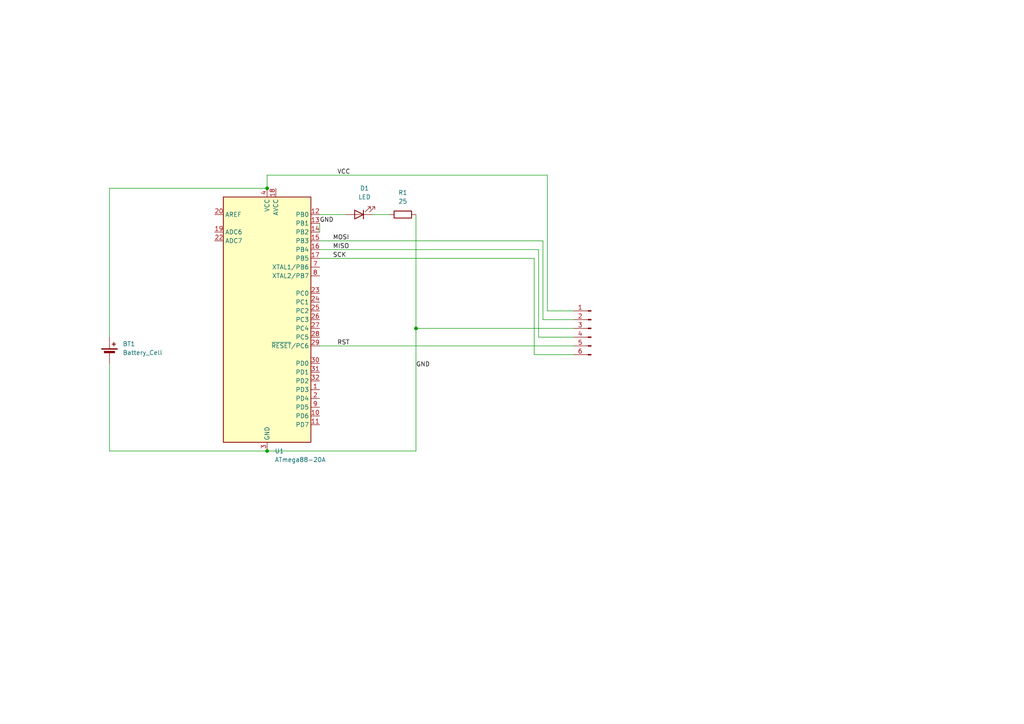
<source format=kicad_sch>
(kicad_sch (version 20230121) (generator eeschema)
  (paper "A4")
  (lib_symbols
    (symbol "Connector:Conn_01x06_Pin" (pin_names (offset 1.016) hide)
      (property "Reference" "J" (at 0 7.62 0))
      (property "Value" "Conn_01x06_Pin" (at 0 -10.16 0))
      (symbol "Conn_01x06_Pin_1_1"
        (polyline (pts (xy 1.27 -7.62) (xy 0.8636 -7.62)) (stroke (width 0.1524)))
        (polyline (pts (xy 1.27 -5.08) (xy 0.8636 -5.08)) (stroke (width 0.1524)))
        (polyline (pts (xy 1.27 -2.54) (xy 0.8636 -2.54)) (stroke (width 0.1524)))
        (polyline (pts (xy 1.27 0) (xy 0.8636 0)) (stroke (width 0.1524)))
        (polyline (pts (xy 1.27 2.54) (xy 0.8636 2.54)) (stroke (width 0.1524)))
        (polyline (pts (xy 1.27 5.08) (xy 0.8636 5.08)) (stroke (width 0.1524)))
        (rectangle (start 0.8636 -7.493) (end 0 -7.747) (stroke (width 0.1524)) (fill (type outline)))
        (rectangle (start 0.8636 -4.953) (end 0 -5.207) (stroke (width 0.1524)) (fill (type outline)))
        (rectangle (start 0.8636 -2.413) (end 0 -2.667) (stroke (width 0.1524)) (fill (type outline)))
        (rectangle (start 0.8636 0.127) (end 0 -0.127) (stroke (width 0.1524)) (fill (type outline)))
        (rectangle (start 0.8636 2.667) (end 0 2.413) (stroke (width 0.1524)) (fill (type outline)))
        (rectangle (start 0.8636 5.207) (end 0 4.953) (stroke (width 0.1524)) (fill (type outline)))
        (pin passive line (at 5.08 5.08 180) (length 3.81) (name "Pin_1") (number "1"))
        (pin passive line (at 5.08 2.54 180) (length 3.81) (name "Pin_2") (number "2"))
        (pin passive line (at 5.08 0 180) (length 3.81) (name "Pin_3") (number "3"))
        (pin passive line (at 5.08 -2.54 180) (length 3.81) (name "Pin_4") (number "4"))
        (pin passive line (at 5.08 -5.08 180) (length 3.81) (name "Pin_5") (number "5"))
        (pin passive line (at 5.08 -7.62 180) (length 3.81) (name "Pin_6") (number "6"))
      )
    )
    (symbol "Device:Battery_Cell" (pin_numbers hide) (pin_names (offset 0) hide)
      (property "Reference" "BT" (at 2.54 2.54 0))
      (property "Value" "Battery_Cell" (at 2.54 0 0))
      (symbol "Battery_Cell_0_1"
        (rectangle (start -2.286 1.778) (end 2.286 1.524) (fill (type outline)))
        (rectangle (start -1.524 1.016) (end 1.524 0.508) (fill (type outline)))
        (polyline (pts (xy 0 0.762) (xy 0 0)))
        (polyline (pts (xy 0 1.778) (xy 0 2.54)))
        (polyline (pts (xy 0.762 3.048) (xy 1.778 3.048)) (stroke (width 0.254)))
        (polyline (pts (xy 1.27 3.556) (xy 1.27 2.54)) (stroke (width 0.254)))
      )
      (symbol "Battery_Cell_1_1"
        (pin passive line (at 0 5.08 270) (length 2.54) (name "+") (number "1"))
        (pin passive line (at 0 -2.54 90) (length 2.54) (name "-") (number "2"))
      )
    )
    (symbol "Device:LED" (pin_numbers hide) (pin_names (offset 1.016) hide)
      (property "Reference" "D" (at 0 2.54 0))
      (property "Value" "LED" (at 0 -2.54 0))
      (symbol "LED_0_1"
        (polyline (pts (xy -1.27 -1.27) (xy -1.27 1.27)) (stroke (width 0.254)))
        (polyline (pts (xy -1.27 0) (xy 1.27 0)))
        (polyline (pts (xy 1.27 -1.27) (xy 1.27 1.27) (xy -1.27 0) (xy 1.27 -1.27)) (stroke (width 0.254)))
        (polyline (pts (xy -3.048 -0.762) (xy -4.572 -2.286) (xy -3.81 -2.286) (xy -4.572 -2.286) (xy -4.572 -1.524)))
        (polyline (pts (xy -1.778 -0.762) (xy -3.302 -2.286) (xy -2.54 -2.286) (xy -3.302 -2.286) (xy -3.302 -1.524)))
      )
      (symbol "LED_1_1"
        (pin passive line (at -3.81 0 0) (length 2.54) (name "K") (number "1"))
        (pin passive line (at 3.81 0 180) (length 2.54) (name "A") (number "2"))
      )
    )
    (symbol "Device:R" (pin_numbers hide) (pin_names (offset 0))
      (property "Reference" "R" (at 2.032 0 90))
      (property "Value" "R" (at 0 0 90))
      (symbol "R_0_1"
        (rectangle (start -1.016 -2.54) (end 1.016 2.54) (stroke (width 0.254)))
      )
      (symbol "R_1_1"
        (pin passive line (at 0 3.81 270) (length 1.27) (name "~") (number "1"))
        (pin passive line (at 0 -3.81 90) (length 1.27) (name "~") (number "2"))
      )
    )
    (symbol "MCU_Microchip_ATmega:ATmega88-20A"
      (property "Reference" "U" (at -12.7 36.83 0))
      (property "Value" "ATmega88-20A" (at 2.54 -36.83 0))
      (symbol "ATmega88-20A_0_1"
        (rectangle (start -12.7 -35.56) (end 12.7 35.56) (stroke (width 0.254)) (fill (type background)))
      )
      (symbol "ATmega88-20A_1_1"
        (pin bidirectional line (at 15.24 -20.32 180) (length 2.54) (name "PD3") (number "1"))
        (pin bidirectional line (at 15.24 -27.94 180) (length 2.54) (name "PD6") (number "10"))
        (pin bidirectional line (at 15.24 -30.48 180) (length 2.54) (name "PD7") (number "11"))
        (pin bidirectional line (at 15.24 30.48 180) (length 2.54) (name "PB0") (number "12"))
        (pin bidirectional line (at 15.24 27.94 180) (length 2.54) (name "PB1") (number "13"))
        (pin bidirectional line (at 15.24 25.4 180) (length 2.54) (name "PB2") (number "14"))
        (pin bidirectional line (at 15.24 22.86 180) (length 2.54) (name "PB3") (number "15"))
        (pin bidirectional line (at 15.24 20.32 180) (length 2.54) (name "PB4") (number "16"))
        (pin bidirectional line (at 15.24 17.78 180) (length 2.54) (name "PB5") (number "17"))
        (pin power_in line (at 2.54 38.1 270) (length 2.54) (name "AVCC") (number "18"))
        (pin input line (at -15.24 25.4 0) (length 2.54) (name "ADC6") (number "19"))
        (pin bidirectional line (at 15.24 -22.86 180) (length 2.54) (name "PD4") (number "2"))
        (pin passive line (at -15.24 30.48 0) (length 2.54) (name "AREF") (number "20"))
        (pin passive line (at 0 -38.1 90) (length 2.54) hide (name "GND") (number "21"))
        (pin input line (at -15.24 22.86 0) (length 2.54) (name "ADC7") (number "22"))
        (pin bidirectional line (at 15.24 7.62 180) (length 2.54) (name "PC0") (number "23"))
        (pin bidirectional line (at 15.24 5.08 180) (length 2.54) (name "PC1") (number "24"))
        (pin bidirectional line (at 15.24 2.54 180) (length 2.54) (name "PC2") (number "25"))
        (pin bidirectional line (at 15.24 0 180) (length 2.54) (name "PC3") (number "26"))
        (pin bidirectional line (at 15.24 -2.54 180) (length 2.54) (name "PC4") (number "27"))
        (pin bidirectional line (at 15.24 -5.08 180) (length 2.54) (name "PC5") (number "28"))
        (pin bidirectional line (at 15.24 -7.62 180) (length 2.54) (name "~{RESET}/PC6") (number "29"))
        (pin power_in line (at 0 -38.1 90) (length 2.54) (name "GND") (number "3"))
        (pin bidirectional line (at 15.24 -12.7 180) (length 2.54) (name "PD0") (number "30"))
        (pin bidirectional line (at 15.24 -15.24 180) (length 2.54) (name "PD1") (number "31"))
        (pin bidirectional line (at 15.24 -17.78 180) (length 2.54) (name "PD2") (number "32"))
        (pin power_in line (at 0 38.1 270) (length 2.54) (name "VCC") (number "4"))
        (pin passive line (at 0 -38.1 90) (length 2.54) hide (name "GND") (number "5"))
        (pin passive line (at 0 38.1 270) (length 2.54) hide (name "VCC") (number "6"))
        (pin bidirectional line (at 15.24 15.24 180) (length 2.54) (name "XTAL1/PB6") (number "7"))
        (pin bidirectional line (at 15.24 12.7 180) (length 2.54) (name "XTAL2/PB7") (number "8"))
        (pin bidirectional line (at 15.24 -25.4 180) (length 2.54) (name "PD5") (number "9"))
      )
    )
  )
  (junction (at 77.47 54.61))
  (junction (at 77.47 130.81))
  (junction (at 120.65 95.25))
  (wire (pts (xy 158.75 90.17) (xy 166.37 90.17)))
  (wire (pts (xy 92.71 64.77) (xy 92.71 67.31)))
  (wire (pts (xy 77.47 50.8) (xy 77.47 54.61)))
  (wire (pts (xy 31.75 130.81) (xy 31.75 105.41)))
  (wire (pts (xy 154.94 102.87) (xy 166.37 102.87)))
  (wire (pts (xy 154.94 74.93) (xy 154.94 102.87)))
  (wire (pts (xy 157.48 69.85) (xy 157.48 92.71)))
  (wire (pts (xy 157.48 69.85) (xy 92.71 69.85)))
  (wire (pts (xy 156.21 72.39) (xy 156.21 97.79)))
  (wire (pts (xy 158.75 50.8) (xy 158.75 90.17)))
  (wire (pts (xy 120.65 95.25) (xy 166.37 95.25)))
  (wire (pts (xy 92.71 74.93) (xy 154.94 74.93)))
  (wire (pts (xy 31.75 54.61) (xy 77.47 54.61)))
  (wire (pts (xy 77.47 130.81) (xy 31.75 130.81)))
  (wire (pts (xy 31.75 97.79) (xy 31.75 54.61)))
  (wire (pts (xy 120.65 130.81) (xy 77.47 130.81)))
  (wire (pts (xy 156.21 97.79) (xy 166.37 97.79)))
  (wire (pts (xy 92.71 100.33) (xy 166.37 100.33)))
  (wire (pts (xy 107.95 62.23) (xy 113.03 62.23)))
  (wire (pts (xy 92.71 72.39) (xy 156.21 72.39)))
  (wire (pts (xy 120.65 62.23) (xy 120.65 95.25)))
  (wire (pts (xy 158.75 50.8) (xy 77.47 50.8)))
  (wire (pts (xy 92.71 62.23) (xy 100.33 62.23)))
  (wire (pts (xy 120.65 95.25) (xy 120.65 130.81)))
  (wire (pts (xy 157.48 92.71) (xy 166.37 92.71)))
  (label "VCC" (at 97.79 50.8 0))
  (label "RST" (at 97.79 100.33 0))
  (label "MISO" (at 96.52 72.39 0))
  (label "GND" (at 92.71 64.77 0))
  (label "SCK" (at 96.52 74.93 0))
  (label "GND" (at 120.65 106.68 0))
  (label "MOSI" (at 96.52 69.85 0))
  (symbol (lib_id "Connector:Conn_01x06_Pin") (at 171.45 95.25 0) (mirror y) (unit 1)
    (property "Reference" "J1" (effects hide))
    (property "Value" "Conn_01x06_Pin" (effects hide))
    (property "Footprint" "Connector:Tag-Connect_TC2030-IDC-NL_2x03_P1.27mm_Vertical" (effects hide))
  )
  (symbol (lib_id "Device:LED") (at 104.14 62.23 180) (unit 1)
    (property "Reference" "D1" (at 105.7275 54.61 0))
    (property "Value" "LED" (at 105.7275 57.15 0))
    (property "Footprint" "LED_SMD:LED_0805_2012Metric" (effects hide))
  )
  (symbol (lib_id "Device:Battery_Cell") (at 31.75 102.87 0) (unit 1)
    (property "Reference" "BT1" (at 35.56 99.7585 0) (effects (justify left)))
    (property "Value" "Battery_Cell" (at 35.56 102.2985 0) (effects (justify left)))
    (property "Footprint" "106:BAT_106" (effects hide))
  )
  (symbol (lib_id "Device:R") (at 116.84 62.23 90) (unit 1)
    (property "Reference" "R1" (at 116.84 55.88 90))
    (property "Value" "25" (at 116.84 58.42 90))
    (property "Footprint" "Resistor_SMD:R_0603_1608Metric_Pad0.98x0.95mm_HandSolder" (effects hide))
  )
  (symbol (lib_id "MCU_Microchip_ATmega:ATmega88-20A") (at 77.47 92.71 0) (unit 1)
    (property "Reference" "U1" (at 79.6641 130.81 0) (effects (justify left)))
    (property "Value" "ATmega88-20A" (at 79.6641 133.35 0) (effects (justify left)))
    (property "Footprint" "Package_QFP:TQFP-32_7x7mm_P0.8mm" (effects hide))
    (property "Datasheet" "http://ww1.microchip.com/downloads/en/DeviceDoc/Atmel-2545-8-bit-AVR-Microcontroller-ATmega48-88-168_Datasheet.pdf" (effects hide))
  )
)
</source>
